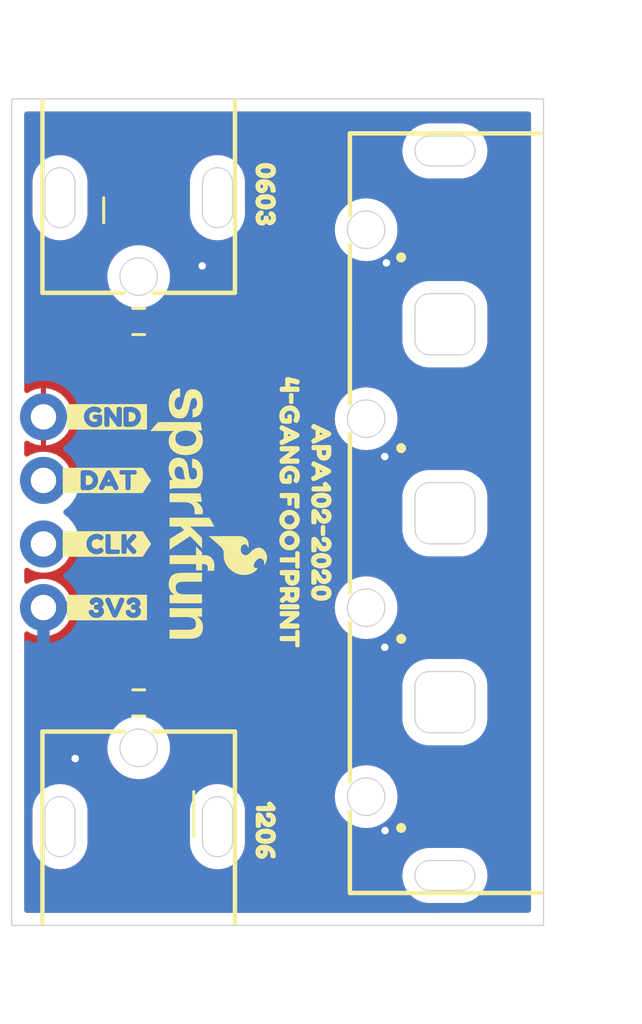
<source format=kicad_pcb>
(kicad_pcb (version 20240108) (generator "pcbnew") (generator_version "8.0")
  (layers (0 "F.Cu" signal) (31 "B.Cu" signal) (34 "B.Paste" user) (35 "F.Paste" user) (36 "B.SilkS" user "B.Silkscreen") (37 "F.SilkS" user "F.Silkscreen") (38 "B.Mask" user) (39 "F.Mask" user) (44 "Edge.Cuts" user))
  (net 0 "")
  (net 3 "Net-(D5-DI)")
  (net 4 "Net-(D5-CI)")
  (net 5 "GND")
  (net 6 "Net-(D6-DI)")
  (net 7 "Net-(D6-CI)")
  (net 8 "Net-(D7-CI)")
  (net 9 "Net-(D7-DI)")
  (net 10 "3.3V")
  (net 11 "Net-(D2-K)")
  (net 12 "Net-(D4-K)")
  (net 13 "APA102 DAT")
  (net 14 "APA102 CLK")
  (footprint "SparkFun SMD LED Light Pipe:kibuzzard-668F3D18" (layer "F.Cu") (at 95.885 71.12)
    (property "Reference" "kibuzzard-668F3D18" (hide yes))
    (property "Value" "G***" (hide yes))
  )
  (footprint "SparkFun SMD LED Light Pipe:SMD-CBI-5mm" (layer "F.Cu") (at 97.155 79.375 -90)
    (property "Reference" "REF**" (hide yes))
    (property "Value" "SMD-CBI" (hide yes))
    (fp_line (start 1.1 3.75) (end -0.1 3.75) (stroke (width 0.05)) (layer "Edge.Cuts"))
    (fp_line (start -0.1 2.55) (end 1.1 2.55) (stroke (width 0.05)) (layer "Edge.Cuts"))
    (fp_line (start 1.1 -2.55) (end -0.1 -2.55) (stroke (width 0.05)) (layer "Edge.Cuts"))
    (fp_line (start -0.1 -3.75) (end 1.1 -3.75) (stroke (width 0.05)) (layer "Edge.Cuts"))
    (fp_arc (start -0.1 3.75) (mid -0.7 3.15) (end -0.1 2.55) (stroke (width 0.05)) (layer "Edge.Cuts"))
    (fp_arc (start 1.1 2.55) (mid 1.7 3.15) (end 1.1 3.75) (stroke (width 0.05)) (layer "Edge.Cuts"))
    (fp_arc (start -0.1 -2.55) (mid -0.7 -3.15) (end -0.1 -3.75) (stroke (width 0.05)) (layer "Edge.Cuts"))
    (fp_arc (start 1.1 -3.75) (mid 1.7 -3.15) (end 1.1 -2.55) (stroke (width 0.05)) (layer "Edge.Cuts"))
    (fp_circle (center -2.65 0) (end -1.9 0) (stroke (width 0.05)) (fill none) (layer "Edge.Cuts"))
  )
  (footprint "SparkFun SMD LED Light Pipe:kibuzzard-668F3D84" (layer "F.Cu") (at 103.1875 67.31 -90)
    (property "Reference" "kibuzzard-668F3D84" (hide yes))
    (property "Value" "G***" (hide yes))
  )
  (footprint "SparkFun SMD LED Light Pipe:R_0603_1608Metric" (layer "F.Cu") (at 97.155 59.69 180)
    (property "Reference" "R2")
    (property "Value" "330")
    (pad "1" smd roundrect (at -0.825 0 180) (size 0.8 0.95) (layers "F.Cu" "F.Paste" "F.Mask") (net 5 "GND"))
    (pad "2" smd roundrect (at 0.825 0 180) (size 0.8 0.95) (layers "F.Cu" "F.Paste" "F.Mask") (net 11 "Net-(D2-K)"))
  )
  (footprint "SparkFun SMD LED Light Pipe:SMD-CBI-5mm" (layer "F.Cu") (at 97.155 55.245 90)
    (property "Reference" "REF**" (hide yes))
    (property "Value" "SMD-CBI" (hide yes))
    (fp_line (start -0.1 -3.75) (end 1.1 -3.75) (stroke (width 0.05)) (layer "Edge.Cuts"))
    (fp_line (start 1.1 -2.55) (end -0.1 -2.55) (stroke (width 0.05)) (layer "Edge.Cuts"))
    (fp_line (start -0.1 2.55) (end 1.1 2.55) (stroke (width 0.05)) (layer "Edge.Cuts"))
    (fp_line (start 1.1 3.75) (end -0.1 3.75) (stroke (width 0.05)) (layer "Edge.Cuts"))
    (fp_arc (start 1.1 -3.75) (mid 1.7 -3.15) (end 1.1 -2.55) (stroke (width 0.05)) (layer "Edge.Cuts"))
    (fp_arc (start -0.1 -2.55) (mid -0.7 -3.15) (end -0.1 -3.75) (stroke (width 0.05)) (layer "Edge.Cuts"))
    (fp_arc (start 1.1 2.55) (mid 1.7 3.15) (end 1.1 3.75) (stroke (width 0.05)) (layer "Edge.Cuts"))
    (fp_arc (start -0.1 3.75) (mid -0.7 3.15) (end -0.1 2.55) (stroke (width 0.05)) (layer "Edge.Cuts"))
    (fp_circle (center -2.65 0) (end -1.9 0) (stroke (width 0.05)) (fill none) (layer "Edge.Cuts"))
  )
  (footprint "SparkFun SMD LED Light Pipe:1x04" (layer "F.Cu") (at 93.345 71.12 90)
    (property "Reference" "J1")
    (property "Value" "Conn_01x04")
    (pad "1" thru_hole circle (at 0 0 180) (size 1.8796 1.8796) (drill 1.016) (layers "*.Cu" "*.Mask") (net 10 "3.3V"))
    (pad "2" thru_hole circle (at 2.54 0 180) (size 1.8796 1.8796) (drill 1.016) (layers "*.Cu" "*.Mask") (net 14 "APA102 CLK"))
    (pad "3" thru_hole circle (at 5.079999 0 180) (size 1.8796 1.8796) (drill 1.016) (layers "*.Cu" "*.Mask") (net 13 "APA102 DAT"))
    (pad "4" thru_hole circle (at 7.62 0 180) (size 1.8796 1.8796) (drill 1.016) (layers "*.Cu" "*.Mask") (net 5 "GND"))
  )
  (footprint "SparkFun SMD LED Light Pipe:R_0603_1608Metric" (layer "F.Cu") (at 97.155 74.93)
    (property "Reference" "R1")
    (property "Value" "330")
    (pad "1" smd roundrect (at -0.825 0) (size 0.8 0.95) (layers "F.Cu" "F.Paste" "F.Mask") (net 5 "GND"))
    (pad "2" smd roundrect (at 0.825 0) (size 0.8 0.95) (layers "F.Cu" "F.Paste" "F.Mask") (net 12 "Net-(D4-K)"))
  )
  (footprint "SparkFun SMD LED Light Pipe:kibuzzard-668F3CFD" (layer "F.Cu") (at 95.885 63.5)
    (property "Reference" "kibuzzard-668F3CFD" (hide yes))
    (property "Value" "G***" (hide yes))
  )
  (footprint "SparkFun SMD LED Light Pipe:APA-102-2020" (layer "F.Cu") (at 108.9025 63.5 90)
    (property "Reference" "D7")
    (property "Value" "APA102-2020")
    (pad "1" smd rect (at -0.775 -0.675 90) (size 0.45 0.65) (layers "F.Cu" "F.Paste" "F.Mask") (net 7 "Net-(D6-CI)"))
    (pad "2" smd rect (at 0 -0.675 90) (size 0.45 0.65) (layers "F.Cu" "F.Paste" "F.Mask") (net 10 "3.3V"))
    (pad "3" smd rect (at 0.775 -0.675 90) (size 0.45 0.65) (layers "F.Cu" "F.Paste" "F.Mask") (net 8 "Net-(D7-CI)"))
    (pad "4" smd rect (at -0.775 0.675 90) (size 0.45 0.65) (layers "F.Cu" "F.Paste" "F.Mask") (net 6 "Net-(D6-DI)"))
    (pad "5" smd rect (at 0 0.574999 90) (size 0.45 0.85) (layers "F.Cu" "F.Paste" "F.Mask") (net 5 "GND"))
    (pad "6" smd rect (at 0.775 0.675 90) (size 0.45 0.65) (layers "F.Cu" "F.Paste" "F.Mask") (net 9 "Net-(D7-DI)"))
  )
  (footprint "SparkFun SMD LED Light Pipe:kibuzzard-668F3DA2" (layer "F.Cu") (at 102.235 80.01 -90)
    (property "Reference" "kibuzzard-668F3DA2" (hide yes))
    (property "Value" "G***" (hide yes))
  )
  (footprint "SparkFun-Aesthetic:SparkFun_Logo_10mm" (layer "F.Cu") (at 99.06 67.31 -90)
    (property "Reference" "G***" (hide yes))
    (property "Value" "LOGO" (hide yes))
  )
  (footprint "SparkFun SMD LED Light Pipe:LED_1206_3216Metric" (layer "F.Cu") (at 97.155 79.375 180)
    (property "Reference" "D4")
    (property "Value" "White")
    (pad "1" smd roundrect (at -1.399999 0 180) (size 1.25 1.75) (layers "F.Cu" "F.Paste" "F.Mask") (roundrect_rratio 0.2) (net 12 "Net-(D4-K)"))
    (pad "2" smd roundrect (at 1.399999 0 180) (size 1.25 1.75) (layers "F.Cu" "F.Paste" "F.Mask") (roundrect_rratio 0.2) (net 10 "3.3V"))
  )
  (footprint "SparkFun SMD LED Light Pipe:kibuzzard-668F3D94" (layer "F.Cu") (at 102.235 54.61 -90)
    (property "Reference" "kibuzzard-668F3D94" (hide yes))
    (property "Value" "G***" (hide yes))
  )
  (footprint "SparkFun SMD LED Light Pipe:kibuzzard-668F3D73" (layer "F.Cu") (at 104.4575 67.31 -90)
    (property "Reference" "kibuzzard-668F3D73" (hide yes))
    (property "Value" "G***" (hide yes))
  )
  (footprint "SparkFun SMD LED Light Pipe:kibuzzard-668F3D36" (layer "F.Cu") (at 95.885 66.04)
    (property "Reference" "kibuzzard-668F3D36" (hide yes))
    (property "Value" "G***" (hide yes))
  )
  (footprint "SparkFun SMD LED Light Pipe:SMD-CBI-5mm-4Gang" (layer "F.Cu") (at 108.9025 78.675)
    (property "Reference" "REF**" (hide yes))
    (property "Value" "SMD-CBI-4GANG" (hide yes))
    (fp_line (start -0.7 -19.5) (end -0.7 -18.25) (stroke (width 0.05)) (layer "Edge.Cuts"))
    (fp_line (start -0.7 -11.95) (end -0.7 -10.7) (stroke (width 0.05)) (layer "Edge.Cuts"))
    (fp_line (start -0.7 -4.4) (end -0.7 -3.15) (stroke (width 0.05)) (layer "Edge.Cuts"))
    (fp_line (start -0.1 -26.4) (end 1.1 -26.4) (stroke (width 0.05)) (layer "Edge.Cuts"))
    (fp_line (start -0.1 -20.1) (end 1.1 -20.1) (stroke (width 0.05)) (layer "Edge.Cuts"))
    (fp_line (start -0.1 -12.55) (end 1.1 -12.55) (stroke (width 0.05)) (layer "Edge.Cuts"))
    (fp_line (start -0.1 -5) (end 1.1 -5) (stroke (width 0.05)) (layer "Edge.Cuts"))
    (fp_line (start -0.1 2.55) (end 1.1 2.55) (stroke (width 0.05)) (layer "Edge.Cuts"))
    (fp_line (start 1.1 -25.2) (end -0.1 -25.2) (stroke (width 0.05)) (layer "Edge.Cuts"))
    (fp_line (start 1.1 -17.65) (end -0.1 -17.65) (stroke (width 0.05)) (layer "Edge.Cuts"))
    (fp_line (start 1.1 -10.1) (end -0.1 -10.1) (stroke (width 0.05)) (layer "Edge.Cuts"))
    (fp_line (start 1.1 -2.55) (end -0.1 -2.55) (stroke (width 0.05)) (layer "Edge.Cuts"))
    (fp_line (start 1.1 3.75) (end -0.1 3.75) (stroke (width 0.05)) (layer "Edge.Cuts"))
    (fp_line (start 1.7 -19.5) (end 1.7 -18.25) (stroke (width 0.05)) (layer "Edge.Cuts"))
    (fp_line (start 1.7 -11.95) (end 1.7 -10.7) (stroke (width 0.05)) (layer "Edge.Cuts"))
    (fp_line (start 1.7 -4.4) (end 1.7 -3.15) (stroke (width 0.05)) (layer "Edge.Cuts"))
    (fp_arc (start -0.7 -19.5) (mid -0.524264 -19.924264) (end -0.1 -20.1) (stroke (width 0.05)) (layer "Edge.Cuts"))
    (fp_arc (start -0.7 -11.95) (mid -0.524264 -12.374264) (end -0.1 -12.55) (stroke (width 0.05)) (layer "Edge.Cuts"))
    (fp_arc (start -0.7 -4.4) (mid -0.524264 -4.824264) (end -0.1 -5) (stroke (width 0.05)) (layer "Edge.Cuts"))
    (fp_arc (start -0.1 -25.2) (mid -0.7 -25.8) (end -0.1 -26.4) (stroke (width 0.05)) (layer "Edge.Cuts"))
    (fp_arc (start -0.1 -17.65) (mid -0.524264 -17.825736) (end -0.7 -18.25) (stroke (width 0.05)) (layer "Edge.Cuts"))
    (fp_arc (start -0.1 -10.1) (mid -0.524264 -10.275736) (end -0.7 -10.7) (stroke (width 0.05)) (layer "Edge.Cuts"))
    (fp_arc (start -0.1 -2.55) (mid -0.524264 -2.725736) (end -0.7 -3.15) (stroke (width 0.05)) (layer "Edge.Cuts"))
    (fp_arc (start -0.1 3.75) (mid -0.7 3.15) (end -0.1 2.55) (stroke (width 0.05)) (layer "Edge.Cuts"))
    (fp_arc (start 1.1 -26.4) (mid 1.7 -25.8) (end 1.1 -25.2) (stroke (width 0.05)) (layer "Edge.Cuts"))
    (fp_arc (start 1.1 -20.1) (mid 1.524264 -19.924264) (end 1.7 -19.5) (stroke (width 0.05)) (layer "Edge.Cuts"))
    (fp_arc (start 1.1 -12.55) (mid 1.524264 -12.374264) (end 1.7 -11.95) (stroke (width 0.05)) (layer "Edge.Cuts"))
    (fp_arc (start 1.1 -5) (mid 1.524264 -4.824264) (end 1.7 -4.4) (stroke (width 0.05)) (layer "Edge.Cuts"))
    (fp_arc (start 1.1 2.55) (mid 1.7 3.15) (end 1.1 3.75) (stroke (width 0.05)) (layer "Edge.Cuts"))
    (fp_arc (start 1.7 -18.25) (mid 1.524264 -17.825736) (end 1.1 -17.65) (stroke (width 0.05)) (layer "Edge.Cuts"))
    (fp_arc (start 1.7 -10.7) (mid 1.524264 -10.275736) (end 1.1 -10.1) (stroke (width 0.05)) (layer "Edge.Cuts"))
    (fp_arc (start 1.7 -3.15) (mid 1.524264 -2.725736) (end 1.1 -2.55) (stroke (width 0.05)) (layer "Edge.Cuts"))
    (fp_circle (center -2.65 -22.65) (end -1.9 -22.65) (stroke (width 0.05)) (fill none) (layer "Edge.Cuts"))
    (fp_circle (center -2.65 -15.1) (end -1.9 -15.1) (stroke (width 0.05)) (fill none) (layer "Edge.Cuts"))
    (fp_circle (center -2.65 -7.55) (end -1.9 -7.55) (stroke (width 0.05)) (fill none) (layer "Edge.Cuts"))
    (fp_circle (center -2.65 0) (end -1.9 0) (stroke (width 0.05)) (fill none) (layer "Edge.Cuts"))
  )
  (footprint "SparkFun SMD LED Light Pipe:APA-102-2020" (layer "F.Cu") (at 108.9025 55.88 90)
    (property "Reference" "D8")
    (property "Value" "APA102-2020")
    (pad "1" smd rect (at -0.775 -0.675 90) (size 0.45 0.65) (layers "F.Cu" "F.Paste" "F.Mask") (net 8 "Net-(D7-CI)"))
    (pad "2" smd rect (at 0 -0.675 90) (size 0.45 0.65) (layers "F.Cu" "F.Paste" "F.Mask") (net 10 "3.3V"))
    (pad "3" smd rect (at 0.775 -0.675 90) (size 0.45 0.65) (layers "F.Cu" "F.Paste" "F.Mask") (net 14 "APA102 CLK"))
    (pad "4" smd rect (at -0.775 0.675 90) (size 0.45 0.65) (layers "F.Cu" "F.Paste" "F.Mask") (net 9 "Net-(D7-DI)"))
    (pad "5" smd rect (at 0 0.574999 90) (size 0.45 0.85) (layers "F.Cu" "F.Paste" "F.Mask") (net 5 "GND"))
    (pad "6" smd rect (at 0.775 0.675 90) (size 0.45 0.65) (layers "F.Cu" "F.Paste" "F.Mask") (net 13 "APA102 DAT"))
  )
  (footprint "SparkFun SMD LED Light Pipe:kibuzzard-668F3D4E" (layer "F.Cu") (at 95.885 68.58)
    (property "Reference" "kibuzzard-668F3D4E" (hide yes))
    (property "Value" "G***" (hide yes))
  )
  (footprint "SparkFun SMD LED Light Pipe:LED_0603_1608Metric" (layer "F.Cu") (at 97.155 55.245)
    (property "Reference" "D2")
    (property "Value" "Blue")
    (pad "1" smd roundrect (at -0.7875 0) (size 0.875 0.95) (layers "F.Cu" "F.Paste" "F.Mask") (net 11 "Net-(D2-K)"))
    (pad "2" smd roundrect (at 0.7875 0) (size 0.875 0.95) (layers "F.Cu" "F.Paste" "F.Mask") (net 10 "3.3V"))
  )
  (footprint "SparkFun SMD LED Light Pipe:APA-102-2020" (layer "F.Cu") (at 108.9025 71.12 90)
    (property "Reference" "D6")
    (property "Value" "APA102-2020")
    (pad "1" smd rect (at -0.775 -0.675 90) (size 0.45 0.65) (layers "F.Cu" "F.Paste" "F.Mask") (net 4 "Net-(D5-CI)"))
    (pad "2" smd rect (at 0 -0.675 90) (size 0.45 0.65) (layers "F.Cu" "F.Paste" "F.Mask") (net 10 "3.3V"))
    (pad "3" smd rect (at 0.775 -0.675 90) (size 0.45 0.65) (layers "F.Cu" "F.Paste" "F.Mask") (net 7 "Net-(D6-CI)"))
    (pad "4" smd rect (at -0.775 0.675 90) (size 0.45 0.65) (layers "F.Cu" "F.Paste" "F.Mask") (net 3 "Net-(D5-DI)"))
    (pad "5" smd rect (at 0 0.574999 90) (size 0.45 0.85) (layers "F.Cu" "F.Paste" "F.Mask") (net 5 "GND"))
    (pad "6" smd rect (at 0.775 0.675 90) (size 0.45 0.65) (layers "F.Cu" "F.Paste" "F.Mask") (net 6 "Net-(D6-DI)"))
  )
  (footprint "SparkFun SMD LED Light Pipe:APA-102-2020" (layer "F.Cu") (at 108.9025 78.675 90)
    (property "Reference" "D5")
    (property "Value" "APA102-2020")
    (pad "1" smd rect (at -0.775 -0.675 90) (size 0.45 0.65) (layers "F.Cu" "F.Paste" "F.Mask"))
    (pad "2" smd rect (at 0 -0.675 90) (size 0.45 0.65) (layers "F.Cu" "F.Paste" "F.Mask") (net 10 "3.3V"))
    (pad "3" smd rect (at 0.775 -0.675 90) (size 0.45 0.65) (layers "F.Cu" "F.Paste" "F.Mask") (net 4 "Net-(D5-CI)"))
    (pad "4" smd rect (at -0.775 0.675 90) (size 0.45 0.65) (layers "F.Cu" "F.Paste" "F.Mask"))
    (pad "5" smd rect (at 0 0.574999 90) (size 0.45 0.85) (layers "F.Cu" "F.Paste" "F.Mask") (net 5 "GND"))
    (pad "6" smd rect (at 0.775 0.675 90) (size 0.45 0.65) (layers "F.Cu" "F.Paste" "F.Mask") (net 3 "Net-(D5-DI)"))
  )
  (gr_line (start 113.3475 50.8) (end 113.3475 83.82) (stroke (width 0.05)) (layer "Edge.Cuts"))
  (gr_line (start 92.075 50.8) (end 113.3475 50.8) (stroke (width 0.05)) (layer "Edge.Cuts"))
  (gr_line (start 92.075 83.82) (end 92.075 50.8) (stroke (width 0.05)) (layer "Edge.Cuts"))
  (gr_line (start 113.3475 83.82) (end 92.075 83.82) (stroke (width 0.05)) (layer "Edge.Cuts"))
  (segment (start 111.2025 76.491636) (end 111.2025 73.414325) (width 0.2) (layer "F.Cu") (net 3))
  (segment (start 109.945 71.895) (end 109.5775 71.895) (width 0.2) (layer "F.Cu") (net 3))
  (segment (start 110.7575 72.34) (end 110.572361 72.154861) (width 0.2) (layer "F.Cu") (net 3))
  (segment (start 110.789999 77.487499) (end 110.660342 77.617157) (width 0.2) (layer "F.Cu") (net 3))
  (segment (start 109.9775 77.9) (end 109.5775 77.9) (width 0.2) (layer "F.Cu") (net 3))
  (arc (start 110.572361 72.154861) (mid 110.284525 71.962535) (end 109.945 71.895) (width 0.2) (layer "F.Cu") (net 3))
  (arc (start 111.2025 76.491636) (mid 111.095294 77.030593) (end 110.789999 77.487499) (width 0.2) (layer "F.Cu") (net 3))
  (arc (start 110.7575 72.34) (mid 111.086848 72.832904) (end 111.2025 73.414325) (width 0.2) (layer "F.Cu") (net 3))
  (arc (start 110.660342 77.617157) (mid 110.347051 77.826491) (end 109.9775 77.9) (width 0.2) (layer "F.Cu") (net 3))
  (segment (start 107.315 75.554765) (end 107.315 74.305234) (width 0.2) (layer "F.Cu") (net 4))
  (segment (start 107.77125 76.65625) (end 107.949076 76.834076) (width 0.2) (layer "F.Cu") (net 4))
  (segment (start 108.2275 72.32125) (end 108.2275 71.895) (width 0.2) (layer "F.Cu") (net 4))
  (segment (start 107.926095 73.048904) (end 107.77125 73.20375) (width 0.2) (layer "F.Cu") (net 4))
  (segment (start 108.2275 77.50625) (end 108.2275 77.9) (width 0.2) (layer "F.Cu") (net 4))
  (arc (start 107.949076 76.834076) (mid 108.155139 77.142472) (end 108.2275 77.50625) (width 0.2) (layer "F.Cu") (net 4))
  (arc (start 107.77125 73.20375) (mid 107.433575 73.709115) (end 107.315 74.305234) (width 0.2) (layer "F.Cu") (net 4))
  (arc (start 108.2275 72.32125) (mid 108.149167 72.715053) (end 107.926095 73.048904) (width 0.2) (layer "F.Cu") (net 4))
  (arc (start 107.315 75.554765) (mid 107.433575 76.150884) (end 107.77125 76.65625) (width 0.2) (layer "F.Cu") (net 4))
  (segment (start 109.477499 55.88) (end 110.49 55.88) (width 0.3048) (layer "F.Cu") (net 5))
  (segment (start 109.477499 71.12) (end 110.49 71.12) (width 0.3048) (layer "F.Cu") (net 5))
  (segment (start 110.425 78.675) (end 110.49 78.74) (width 0.3048) (layer "F.Cu") (net 5))
  (segment (start 109.477499 78.675) (end 110.425 78.675) (width 0.3048) (layer "F.Cu") (net 5))
  (segment (start 109.477499 63.5) (end 110.49 63.5) (width 0.3048) (layer "F.Cu") (net 5))
  (segment (start 109.945 70.345) (end 109.5775 70.345) (width 0.2) (layer "F.Cu") (net 6))
  (segment (start 111.2025 68.825674) (end 111.2025 65.252318) (width 0.2) (layer "F.Cu") (net 6))
  (segment (start 110.225181 64.275) (end 109.5775 64.275) (width 0.2) (layer "F.Cu") (net 6))
  (segment (start 110.572361 70.085138) (end 110.7575 69.9) (width 0.2) (layer "F.Cu") (net 6))
  (arc (start 111.2025 68.825674) (mid 111.086848 69.407095) (end 110.7575 69.9) (width 0.2) (layer "F.Cu") (net 6))
  (arc (start 110.91625 64.56125) (mid 111.128106 64.878314) (end 111.2025 65.252318) (width 0.2) (layer "F.Cu") (net 6))
  (arc (start 110.572361 70.085138) (mid 110.284525 70.277464) (end 109.945 70.345) (width 0.2) (layer "F.Cu") (net 6))
  (arc (start 110.91625 64.56125) (mid 110.599184 64.349393) (end 110.225181 64.275) (width 0.2) (layer "F.Cu") (net 6))
  (segment (start 108.2275 64.70125) (end 108.2275 64.275) (width 0.2) (layer "F.Cu") (net 7))
  (segment (start 107.771249 65.583749) (end 107.926095 65.428904) (width 0.2) (layer "F.Cu") (net 7))
  (segment (start 108.2275 69.91875) (end 108.2275 70.345) (width 0.2) (layer "F.Cu") (net 7))
  (segment (start 107.77125 69.03625) (end 107.926095 69.191095) (width 0.2) (layer "F.Cu") (net 7))
  (segment (start 107.315 67.934765) (end 107.315 66.685234) (width 0.2) (layer "F.Cu") (net 7))
  (arc (start 107.315 67.934765) (mid 107.433575 68.530884) (end 107.77125 69.03625) (width 0.2) (layer "F.Cu") (net 7))
  (arc (start 108.2275 64.70125) (mid 108.149167 65.095053) (end 107.926095 65.428904) (width 0.2) (layer "F.Cu") (net 7))
  (arc (start 107.926095 69.191095) (mid 108.149167 69.524946) (end 108.2275 69.91875) (width 0.2) (layer "F.Cu") (net 7))
  (arc (start 107.771249 65.583749) (mid 107.433575 66.089115) (end 107.315 66.685234) (width 0.2) (layer "F.Cu") (net 7))
  (segment (start 107.926095 61.571095) (end 107.77125 61.41625) (width 0.2) (layer "F.Cu") (net 8))
  (segment (start 108.2275 62.29875) (end 108.2275 62.725) (width 0.2) (layer "F.Cu") (net 8))
  (segment (start 107.926095 57.808904) (end 107.77125 57.96375) (width 0.2) (layer "F.Cu") (net 8))
  (segment (start 108.2275 57.08125) (end 108.2275 56.655) (width 0.2) (layer "F.Cu") (net 8))
  (segment (start 107.315 60.314765) (end 107.315 59.065234) (width 0.2) (layer "F.Cu") (net 8))
  (arc (start 107.77125 57.96375) (mid 107.433575 58.469115) (end 107.315 59.065234) (width 0.2) (layer "F.Cu") (net 8))
  (arc (start 107.315 60.314765) (mid 107.433575 60.910884) (end 107.77125 61.41625) (width 0.2) (layer "F.Cu") (net 8))
  (arc (start 108.2275 57.08125) (mid 108.149167 57.475053) (end 107.926095 57.808904) (width 0.2) (layer "F.Cu") (net 8))
  (arc (start 107.926095 61.571095) (mid 108.149167 61.904946) (end 108.2275 62.29875) (width 0.2) (layer "F.Cu") (net 8))
  (segment (start 110.572361 62.465138) (end 110.7575 62.28) (width 0.2) (layer "F.Cu") (net 9))
  (segment (start 109.945 62.725) (end 109.5775 62.725) (width 0.2) (layer "F.Cu") (net 9))
  (segment (start 110.572361 56.914861) (end 110.7575 57.1) (width 0.2) (layer "F.Cu") (net 9))
  (segment (start 111.2025 61.205674) (end 111.2025 58.174325) (width 0.2) (layer "F.Cu") (net 9))
  (segment (start 109.945 56.655) (end 109.5775 56.655) (width 0.2) (layer "F.Cu") (net 9))
  (arc (start 110.572361 56.914861) (mid 110.284525 56.722535) (end 109.945 56.655) (width 0.2) (layer "F.Cu") (net 9))
  (arc (start 110.572361 62.465138) (mid 110.284525 62.657464) (end 109.945 62.725) (width 0.2) (layer "F.Cu") (net 9))
  (arc (start 110.7575 57.1) (mid 111.086848 57.592904) (end 111.2025 58.174325) (width 0.2) (layer "F.Cu") (net 9))
  (arc (start 111.2025 61.205674) (mid 111.086848 61.787095) (end 110.7575 62.28) (width 0.2) (layer "F.Cu") (net 9))
  (segment (start 107.6025 72.1025) (end 106.9975 72.7075) (width 0.2) (layer "F.Cu") (net 10))
  (segment (start 107.57019 63.87981) (end 107.57019 64.51481) (width 0.2) (layer "F.Cu") (net 10))
  (segment (start 107.57019 64.51481) (end 106.9975 65.0875) (width 0.2) (layer "F.Cu") (net 10))
  (segment (start 107.6025 55.98) (end 107.6025 56.808797) (width 0.2) (layer "F.Cu") (net 10))
  (segment (start 107.95 63.5) (end 107.57019 63.87981) (width 0.2) (layer "F.Cu") (net 10))
  (segment (start 107.7025 55.88) (end 107.6025 55.98) (width 0.2) (layer "F.Cu") (net 10))
  (segment (start 106.9975 64.939339) (end 106.9975 65.0875) (width 0.2) (layer "F.Cu") (net 10))
  (segment (start 107.6025 71.37) (end 107.6025 72.1025) (width 0.2) (layer "F.Cu") (net 10))
  (segment (start 108.2275 55.88) (end 107.7025 55.88) (width 0.2) (layer "F.Cu") (net 10))
  (segment (start 107.8525 71.12) (end 107.6025 71.37) (width 0.2) (layer "F.Cu") (net 10))
  (segment (start 107.514673 79.524789) (end 107.008703 80.030759) (width 0.2) (layer "F.Cu") (net 10))
  (segment (start 108.2275 63.5) (end 107.95 63.5) (width 0.2) (layer "F.Cu") (net 10))
  (segment (start 94.615 77.1525) (end 95.372279 77.909779) (width 0.2) (layer "F.Cu") (net 10))
  (segment (start 108.2275 78.675) (end 108.015 78.675) (width 0.2) (layer "F.Cu") (net 10))
  (segment (start 99.528829 56.831329) (end 97.9425 55.245) (width 0.2) (layer "F.Cu") (net 10))
  (segment (start 95.755001 78.83375) (end 95.755001 79.375) (width 0.2) (layer "F.Cu") (net 10))
  (segment (start 107.514673 79.175327) (end 107.514673 79.524789) (width 0.2) (layer "F.Cu") (net 10))
  (segment (start 107.6025 56.808797) (end 107.062059 57.349238) (width 0.2) (layer "F.Cu") (net 10))
  (segment (start 108.015 78.675) (end 107.514673 79.175327) (width 0.2) (layer "F.Cu") (net 10))
  (segment (start 99.695 57.2325) (end 99.695 57.4675) (width 0.2) (layer "F.Cu") (net 10))
  (segment (start 108.2275 71.12) (end 107.8525 71.12) (width 0.2) (layer "F.Cu") (net 10))
  (via (at 94.615 77.1525) (size 0.6) (drill 0.3) (layers "F.Cu" "B.Cu") (net 10))
  (via (at 107.008703 80.030759) (size 0.6) (drill 0.3) (layers "F.Cu" "B.Cu") (net 10))
  (via (at 99.695 57.4675) (size 0.6) (drill 0.3) (layers "F.Cu" "B.Cu") (net 10))
  (via (at 106.9975 65.0875) (size 0.6) (drill 0.3) (layers "F.Cu" "B.Cu") (net 10))
  (via (at 107.062059 57.349238) (size 0.6) (drill 0.3) (layers "F.Cu" "B.Cu") (net 10))
  (via (at 106.9975 72.7075) (size 0.6) (drill 0.3) (layers "F.Cu" "B.Cu") (net 10))
  (arc (start 95.372279 77.909779) (mid 95.655534 78.3337) (end 95.755001 78.83375) (width 0.2) (layer "F.Cu") (net 10))
  (arc (start 99.528829 56.831329) (mid 99.651813 57.015388) (end 99.695 57.2325) (width 0.2) (layer "F.Cu") (net 10))
  (segment (start 95.9675 55.645) (end 96.3675 55.245) (width 0.2) (layer "F.Cu") (net 11))
  (segment (start 95.5675 56.610685) (end 95.5675 58.388331) (width 0.2) (layer "F.Cu") (net 11))
  (segment (start 95.94875 59.30875) (end 96.33 59.69) (width 0.2) (layer "F.Cu") (net 11))
  (arc (start 95.5675 58.388331) (mid 95.666583 58.886458) (end 95.94875 59.30875) (width 0.2) (layer "F.Cu") (net 11))
  (arc (start 95.9675 55.645) (mid 95.671456 56.08806) (end 95.5675 56.610685) (width 0.2) (layer "F.Cu") (net 11))
  (segment (start 98.67875 75.62875) (end 97.98 74.93) (width 0.2) (layer "F.Cu") (net 12))
  (segment (start 98.966249 78.963749) (end 98.554999 79.375) (width 0.2) (layer "F.Cu") (net 12))
  (segment (start 99.3775 77.970902) (end 99.3775 77.315681) (width 0.2) (layer "F.Cu") (net 12))
  (arc (start 98.67875 75.62875) (mid 99.1959 76.40272) (end 99.3775 77.315681) (width 0.2) (layer "F.Cu") (net 12))
  (arc (start 99.3775 77.970902) (mid 99.270619 78.508227) (end 98.966249 78.963749) (width 0.2) (layer "F.Cu") (net 12))
  (segment (start 103.768025 53.975) (end 107.648469 53.975) (width 0.2) (layer "F.Cu") (net 13))
  (segment (start 101.6 57.4675) (end 101.6 56.143025) (width 0.2) (layer "F.Cu") (net 13))
  (segment (start 109.0125 54.54) (end 109.5775 55.105) (width 0.2) (layer "F.Cu") (net 13))
  (segment (start 94.297499 66.040001) (end 93.345 66.040001) (width 0.2) (layer "F.Cu") (net 13))
  (segment (start 100.028455 61.261544) (end 95.923517 65.366482) (width 0.2) (layer "F.Cu") (net 13))
  (arc (start 102.235 54.61) (mid 101.765031 55.313357) (end 101.6 56.143025) (width 0.2) (layer "F.Cu") (net 13))
  (arc (start 101.6 57.4675) (mid 101.191568 59.520822) (end 100.028455 61.261544) (width 0.2) (layer "F.Cu") (net 13))
  (arc (start 95.923517 65.366482) (mid 95.177493 65.864959) (end 94.297499 66.040001) (width 0.2) (layer "F.Cu") (net 13))
  (arc (start 109.0125 54.54) (mid 108.386677 54.121838) (end 107.648469 53.975) (width 0.2) (layer "F.Cu") (net 13))
  (arc (start 103.768025 53.975) (mid 102.938357 54.140031) (end 102.235 54.61) (width 0.2) (layer "F.Cu") (net 13))
  (segment (start 95.923519 67.90648) (end 100.641207 63.188792) (width 0.2) (layer "F.Cu") (net 14))
  (segment (start 102.235 59.341036) (end 102.235 56.236019) (width 0.2) (layer "F.Cu") (net 14))
  (segment (start 103.861019 54.61) (end 107.382482 54.61) (width 0.2) (layer "F.Cu") (net 14))
  (segment (start 94.2975 68.58) (end 93.345 68.58) (width 0.2) (layer "F.Cu") (net 14))
  (segment (start 107.98 54.8575) (end 108.2275 55.105) (width 0.2) (layer "F.Cu") (net 14))
  (arc (start 95.923519 67.90648) (mid 95.177495 68.404957) (end 94.2975 68.58) (width 0.2) (layer "F.Cu") (net 14))
  (arc (start 107.98 54.8575) (mid 107.705856 54.674323) (end 107.382482 54.61) (width 0.2) (layer "F.Cu") (net 14))
  (arc (start 102.235 59.341036) (mid 101.820786 61.423426) (end 100.641207 63.188792) (width 0.2) (layer "F.Cu") (net 14))
  (arc (start 102.71125 55.08625) (mid 102.358773 55.613768) (end 102.235 56.236019) (width 0.2) (layer "F.Cu") (net 14))
  (arc (start 103.861019 54.61) (mid 103.238768 54.733773) (end 102.71125 55.08625) (width 0.2) (layer "F.Cu") (net 14))
  (zone (net 5) (net_name "GND") (layer "F.Cu") (connect_pads (clearance 0.2032)) (min_thickness 0.2032) (fill yes (thermal_gap 0.2032) (thermal_bridge_width 0.2032))
    (polygon (pts (xy 92.075 50.165) (xy 113.3475 50.165) (xy 113.3475 83.185) (xy 92.075 83.82)))
  )
  (zone (net 10) (net_name "3.3V") (layer "B.Cu") (priority 1) (connect_pads (clearance 0.5)) (min_thickness 0.25) (fill yes (thermal_gap 0.5) (thermal_bridge_width 0.5))
    (polygon (pts (xy 92.075 50.8) (xy 113.3475 50.8) (xy 113.3475 83.82) (xy 92.075 83.82)))
  )
)
</source>
